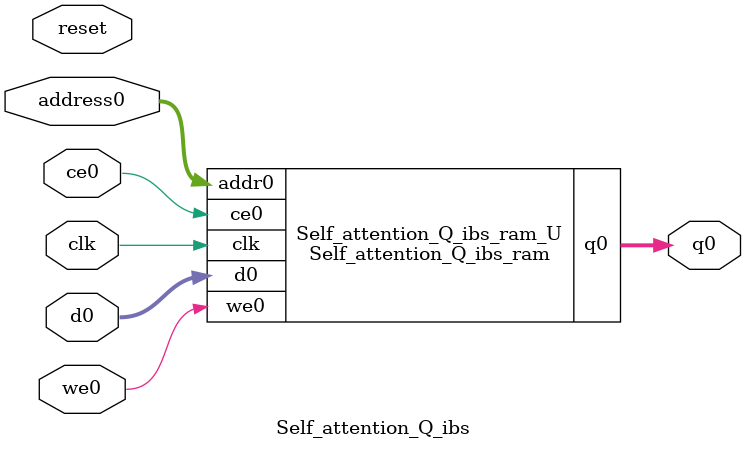
<source format=v>
`timescale 1 ns / 1 ps
module Self_attention_Q_ibs_ram (addr0, ce0, d0, we0, q0,  clk);

parameter DWIDTH = 24;
parameter AWIDTH = 10;
parameter MEM_SIZE = 768;

input[AWIDTH-1:0] addr0;
input ce0;
input[DWIDTH-1:0] d0;
input we0;
output reg[DWIDTH-1:0] q0;
input clk;

(* ram_style = "block" *)reg [DWIDTH-1:0] ram[0:MEM_SIZE-1];




always @(posedge clk)  
begin 
    if (ce0) begin
        if (we0) 
            ram[addr0] <= d0; 
        q0 <= ram[addr0];
    end
end


endmodule

`timescale 1 ns / 1 ps
module Self_attention_Q_ibs(
    reset,
    clk,
    address0,
    ce0,
    we0,
    d0,
    q0);

parameter DataWidth = 32'd24;
parameter AddressRange = 32'd768;
parameter AddressWidth = 32'd10;
input reset;
input clk;
input[AddressWidth - 1:0] address0;
input ce0;
input we0;
input[DataWidth - 1:0] d0;
output[DataWidth - 1:0] q0;



Self_attention_Q_ibs_ram Self_attention_Q_ibs_ram_U(
    .clk( clk ),
    .addr0( address0 ),
    .ce0( ce0 ),
    .we0( we0 ),
    .d0( d0 ),
    .q0( q0 ));

endmodule


</source>
